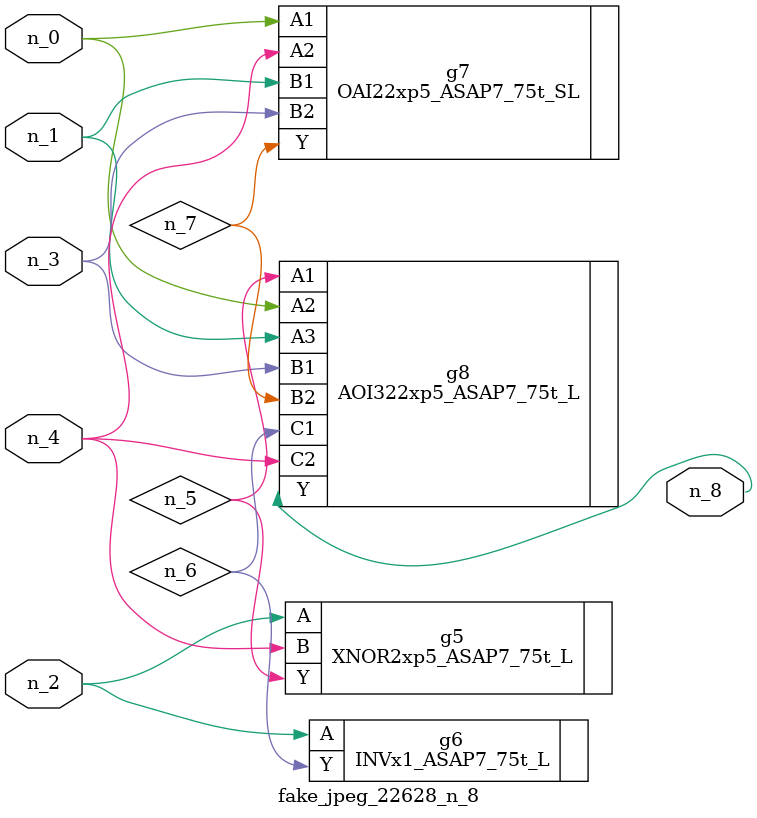
<source format=v>
module fake_jpeg_22628_n_8 (n_3, n_2, n_1, n_0, n_4, n_8);

input n_3;
input n_2;
input n_1;
input n_0;
input n_4;

output n_8;

wire n_6;
wire n_5;
wire n_7;

XNOR2xp5_ASAP7_75t_L g5 ( 
.A(n_2),
.B(n_4),
.Y(n_5)
);

INVx1_ASAP7_75t_L g6 ( 
.A(n_2),
.Y(n_6)
);

OAI22xp5_ASAP7_75t_SL g7 ( 
.A1(n_0),
.A2(n_4),
.B1(n_1),
.B2(n_3),
.Y(n_7)
);

AOI322xp5_ASAP7_75t_L g8 ( 
.A1(n_5),
.A2(n_0),
.A3(n_1),
.B1(n_3),
.B2(n_7),
.C1(n_6),
.C2(n_4),
.Y(n_8)
);


endmodule
</source>
